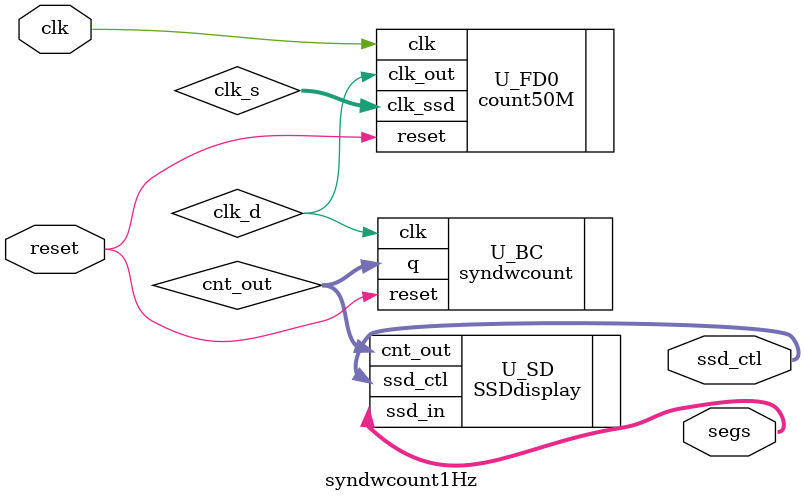
<source format=v>
`timescale 1ns / 1ps

module syndwcount1Hz(
    clk, // clock from oscillator
    reset, // active low reset
    segs,
    ssd_ctl
);

input clk; // clock from oscillator
input reset; // active low reset
output [7:0] segs;
output [3:0] ssd_ctl;
wire clk_d; // frequency-divided clock
wire [1:0] clk_s;
wire [3:0] cnt_out; // binary counter output

// Frequency Divider
count50M U_FD0(
    .clk_out(clk_d), //divided clock output
    .clk_ssd(clk_s),
    .clk(clk), // clock from the 40MHz oscillator
    .reset(reset) // low active reset
);
// Binary Counter
syndwcount U_BC(
    .q(cnt_out), //counter output
    .clk(clk_d), // clock
    .reset(reset) //active low reset
);
// SSD display
SSDdisplay U_SD(
    .ssd_in(segs), 
    .ssd_ctl(ssd_ctl), 
    .cnt_out(cnt_out)
);
endmodule
   
</source>
